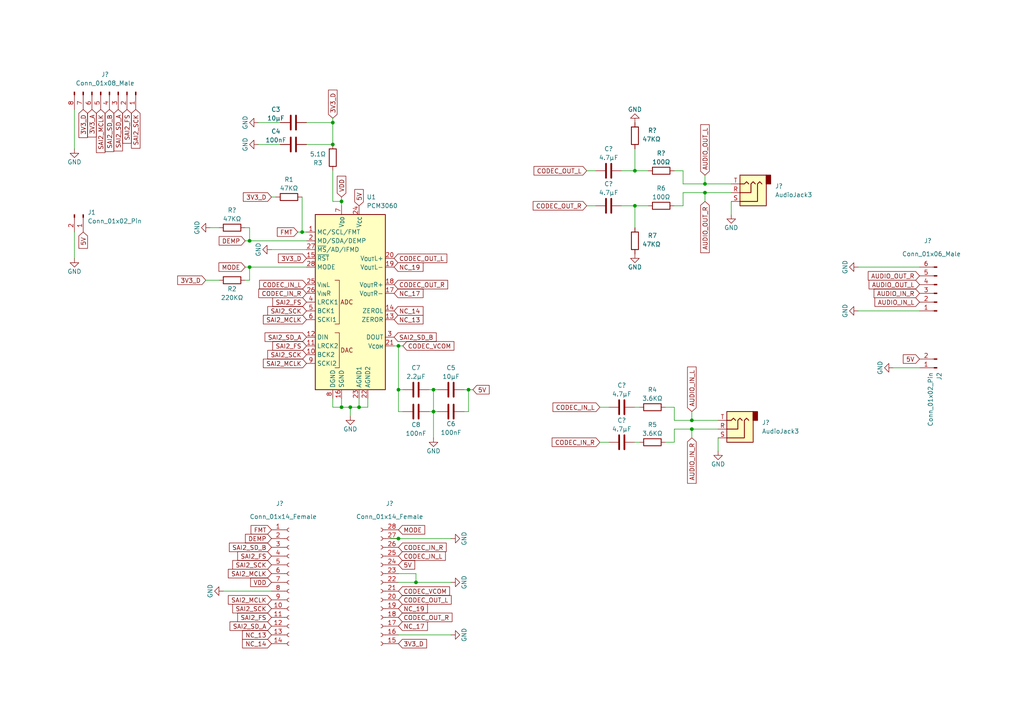
<source format=kicad_sch>
(kicad_sch (version 20231120) (generator "eeschema") (generator_version "8.0")
  (paper "A4")
  (title_block (title "Daisy Seed Development Kit External Codec PCM3060") (date "2024-03-04") (rev "1.0.1"))
  (lib_symbols
    (symbol "Audio2:PCM3060"
      (property "Reference" "U" (at -9.398 26.67 0))
      (property "Value" "PCM3060" (at 8.89 26.67 0))
      (symbol "PCM3060_0_1"
        (rectangle (start -10.16 25.4) (end 10.16 -25.4) (stroke (width 0.254)) (fill (type background)))
        (polyline (pts (xy -4.445 -8.89) (xy -3.175 -8.89) (xy -3.175 -19.05) (xy -4.445 -19.05)))
        (polyline (pts (xy -4.445 -6.35) (xy -3.175 -6.35) (xy -3.175 6.35) (xy -4.445 6.35)))
      )
      (symbol "PCM3060_1_1"
        (text "ADC" (at -1.016 0 0) (effects (font (size 1.27 1.27))))
        (text "DAC" (at -1.016 -13.97 0) (effects (font (size 1.27 1.27))))
        (pin input line (at -12.7 20.32 0) (length 2.54) (name "MC/SCL/FMT") (number "1"))
        (pin bidirectional line (at -12.7 -15.24 0) (length 2.54) (name "BCK2") (number "10"))
        (pin bidirectional line (at -12.7 -12.7 0) (length 2.54) (name "LRCK2") (number "11"))
        (pin input line (at -12.7 -10.16 0) (length 2.54) (name "DIN") (number "12"))
        (pin output line (at 12.7 -5.08 180) (length 2.54) (name "ZEROR") (number "13"))
        (pin output line (at 12.7 -2.54 180) (length 2.54) (name "ZEROL") (number "14"))
        (pin input line (at -12.7 12.7 0) (length 2.54) (name "~{RST}") (number "15"))
        (pin power_in line (at -2.54 -27.94 90) (length 2.54) (name "SGND") (number "16"))
        (pin output line (at 12.7 2.54 180) (length 2.54) (name "V_{OUT}R-") (number "17"))
        (pin output line (at 12.7 5.08 180) (length 2.54) (name "V_{OUT}R+") (number "18"))
        (pin output line (at 12.7 10.16 180) (length 2.54) (name "V_{OUT}L-") (number "19"))
        (pin bidirectional line (at -12.7 17.78 0) (length 2.54) (name "MD/SDA/DEMP") (number "2"))
        (pin output line (at 12.7 12.7 180) (length 2.54) (name "V_{OUT}L+") (number "20"))
        (pin output line (at 12.7 -12.7 180) (length 2.54) (name "V_{COM}") (number "21"))
        (pin power_in line (at 5.08 -27.94 90) (length 2.54) (name "AGND2") (number "22"))
        (pin power_in line (at 2.54 -27.94 90) (length 2.54) (name "AGND1") (number "23"))
        (pin power_in line (at 2.54 27.94 270) (length 2.54) (name "V_{CC}") (number "24"))
        (pin input line (at -12.7 5.08 0) (length 2.54) (name "V_{IN}L") (number "25"))
        (pin input line (at -12.7 2.54 0) (length 2.54) (name "V_{IN}R") (number "26"))
        (pin input line (at -12.7 15.24 0) (length 2.54) (name "~{MS}/AD/IFMD") (number "27"))
        (pin input line (at -12.7 10.16 0) (length 2.54) (name "MODE") (number "28"))
        (pin output line (at 12.7 -10.16 180) (length 2.54) (name "DOUT") (number "3"))
        (pin bidirectional line (at -12.7 0 0) (length 2.54) (name "LRCK1") (number "4"))
        (pin bidirectional line (at -12.7 -2.54 0) (length 2.54) (name "BCK1") (number "5"))
        (pin input line (at -12.7 -5.08 0) (length 2.54) (name "SCKI1") (number "6"))
        (pin power_in line (at -2.54 27.94 270) (length 2.54) (name "V_{DD}") (number "7"))
        (pin power_in line (at -5.08 -27.94 90) (length 2.54) (name "DGND") (number "8"))
        (pin input line (at -12.7 -17.78 0) (length 2.54) (name "SCKI2") (number "9"))
      )
    )
    (symbol "Conn_01x14_Female_1" (pin_names (offset 1.016) hide)
      (property "Reference" "J?" (at 2.54 25.4 0))
      (property "Value" "Conn_01x14_Female_1" (at 2.54 21.59 0))
      (symbol "Conn_01x14_Female_1_1_1"
        (arc (start 0 -17.272) (mid -0.5058 -17.78) (end 0 -18.288) (stroke (width 0.1524)))
        (arc (start 0 -14.732) (mid -0.5058 -15.24) (end 0 -15.748) (stroke (width 0.1524)))
        (arc (start 0 -12.192) (mid -0.5058 -12.7) (end 0 -13.208) (stroke (width 0.1524)))
        (arc (start 0 -9.652) (mid -0.5058 -10.16) (end 0 -10.668) (stroke (width 0.1524)))
        (arc (start 0 -7.112) (mid -0.5058 -7.62) (end 0 -8.128) (stroke (width 0.1524)))
        (arc (start 0 -4.572) (mid -0.5058 -5.08) (end 0 -5.588) (stroke (width 0.1524)))
        (arc (start 0 -2.032) (mid -0.5058 -2.54) (end 0 -3.048) (stroke (width 0.1524)))
        (polyline (pts (xy -1.27 -17.78) (xy -0.508 -17.78)) (stroke (width 0.1524)))
        (polyline (pts (xy -1.27 -15.24) (xy -0.508 -15.24)) (stroke (width 0.1524)))
        (polyline (pts (xy -1.27 -12.7) (xy -0.508 -12.7)) (stroke (width 0.1524)))
        (polyline (pts (xy -1.27 -10.16) (xy -0.508 -10.16)) (stroke (width 0.1524)))
        (polyline (pts (xy -1.27 -7.62) (xy -0.508 -7.62)) (stroke (width 0.1524)))
        (polyline (pts (xy -1.27 -5.08) (xy -0.508 -5.08)) (stroke (width 0.1524)))
        (polyline (pts (xy -1.27 -2.54) (xy -0.508 -2.54)) (stroke (width 0.1524)))
        (polyline (pts (xy -1.27 0) (xy -0.508 0)) (stroke (width 0.1524)))
        (polyline (pts (xy -1.27 2.54) (xy -0.508 2.54)) (stroke (width 0.1524)))
        (polyline (pts (xy -1.27 5.08) (xy -0.508 5.08)) (stroke (width 0.1524)))
        (polyline (pts (xy -1.27 7.62) (xy -0.508 7.62)) (stroke (width 0.1524)))
        (polyline (pts (xy -1.27 10.16) (xy -0.508 10.16)) (stroke (width 0.1524)))
        (polyline (pts (xy -1.27 12.7) (xy -0.508 12.7)) (stroke (width 0.1524)))
        (polyline (pts (xy -1.27 15.24) (xy -0.508 15.24)) (stroke (width 0.1524)))
        (arc (start 0 0.508) (mid -0.5058 0) (end 0 -0.508) (stroke (width 0.1524)))
        (arc (start 0 3.048) (mid -0.5058 2.54) (end 0 2.032) (stroke (width 0.1524)))
        (arc (start 0 5.588) (mid -0.5058 5.08) (end 0 4.572) (stroke (width 0.1524)))
        (arc (start 0 8.128) (mid -0.5058 7.62) (end 0 7.112) (stroke (width 0.1524)))
        (arc (start 0 10.668) (mid -0.5058 10.16) (end 0 9.652) (stroke (width 0.1524)))
        (arc (start 0 13.208) (mid -0.5058 12.7) (end 0 12.192) (stroke (width 0.1524)))
        (arc (start 0 15.748) (mid -0.5058 15.24) (end 0 14.732) (stroke (width 0.1524)))
        (pin passive line (at -5.08 15.24 0) (length 3.81) (name "Pin_1") (number "15"))
        (pin passive line (at -5.08 12.7 0) (length 3.81) (name "Pin_2") (number "16"))
        (pin passive line (at -5.08 10.16 0) (length 3.81) (name "Pin_3") (number "17"))
        (pin passive line (at -5.08 7.62 0) (length 3.81) (name "Pin_4") (number "18"))
        (pin passive line (at -5.08 5.08 0) (length 3.81) (name "Pin_5") (number "19"))
        (pin passive line (at -5.08 2.54 0) (length 3.81) (name "Pin_6") (number "20"))
        (pin passive line (at -5.08 0 0) (length 3.81) (name "Pin_7") (number "21"))
        (pin passive line (at -5.08 -2.54 0) (length 3.81) (name "Pin_8") (number "22"))
        (pin passive line (at -5.08 -5.08 0) (length 3.81) (name "Pin_9") (number "23"))
        (pin passive line (at -5.08 -7.62 0) (length 3.81) (name "Pin_10") (number "24"))
        (pin passive line (at -5.08 -10.16 0) (length 3.81) (name "Pin_11") (number "25"))
        (pin passive line (at -5.08 -12.7 0) (length 3.81) (name "Pin_12") (number "26"))
        (pin passive line (at -5.08 -15.24 0) (length 3.81) (name "Pin_13") (number "27"))
        (pin passive line (at -5.08 -17.78 0) (length 3.81) (name "Pin_14") (number "28"))
      )
    )
    (symbol "Connector:AudioJack3"
      (property "Reference" "J" (at 0 8.89 0))
      (property "Value" "AudioJack3" (at 0 6.35 0))
      (symbol "AudioJack3_0_1"
        (rectangle (start -5.08 -5.08) (end -6.35 -2.54) (stroke (width 0.254)) (fill (type outline)))
        (polyline (pts (xy 0 -2.54) (xy 0.635 -3.175) (xy 1.27 -2.54) (xy 2.54 -2.54)) (stroke (width 0.254)))
        (polyline (pts (xy -1.905 -2.54) (xy -1.27 -3.175) (xy -0.635 -2.54) (xy -0.635 0) (xy 2.54 0)) (stroke (width 0.254)))
        (polyline (pts (xy 2.54 2.54) (xy -2.54 2.54) (xy -2.54 -2.54) (xy -3.175 -3.175) (xy -3.81 -2.54)) (stroke (width 0.254)))
        (rectangle (start 2.54 3.81) (end -5.08 -5.08) (stroke (width 0.254)) (fill (type background)))
      )
      (symbol "AudioJack3_1_1"
        (pin passive line (at 5.08 0 180) (length 2.54) (name "~") (number "R"))
        (pin passive line (at 5.08 2.54 180) (length 2.54) (name "~") (number "S"))
        (pin passive line (at 5.08 -2.54 180) (length 2.54) (name "~") (number "T"))
      )
    )
    (symbol "Connector:Conn_01x02_Pin" (pin_names (offset 1.016) hide)
      (property "Reference" "J" (at 0 2.54 0))
      (property "Value" "Conn_01x02_Pin" (at 0 -5.08 0))
      (symbol "Conn_01x02_Pin_1_1"
        (polyline (pts (xy 1.27 -2.54) (xy 0.8636 -2.54)) (stroke (width 0.1524)))
        (polyline (pts (xy 1.27 0) (xy 0.8636 0)) (stroke (width 0.1524)))
        (rectangle (start 0.8636 -2.413) (end 0 -2.667) (stroke (width 0.1524)) (fill (type outline)))
        (rectangle (start 0.8636 0.127) (end 0 -0.127) (stroke (width 0.1524)) (fill (type outline)))
        (pin passive line (at 5.08 0 180) (length 3.81) (name "Pin_1") (number "1"))
        (pin passive line (at 5.08 -2.54 180) (length 3.81) (name "Pin_2") (number "2"))
      )
    )
    (symbol "Connector:Conn_01x06_Male" (pin_names (offset 1.016) hide)
      (property "Reference" "J" (at 0 7.62 0))
      (property "Value" "Conn_01x06_Male" (at 0 -10.16 0))
      (symbol "Conn_01x06_Male_1_1"
        (polyline (pts (xy 1.27 -7.62) (xy 0.8636 -7.62)) (stroke (width 0.1524)))
        (polyline (pts (xy 1.27 -5.08) (xy 0.8636 -5.08)) (stroke (width 0.1524)))
        (polyline (pts (xy 1.27 -2.54) (xy 0.8636 -2.54)) (stroke (width 0.1524)))
        (polyline (pts (xy 1.27 0) (xy 0.8636 0)) (stroke (width 0.1524)))
        (polyline (pts (xy 1.27 2.54) (xy 0.8636 2.54)) (stroke (width 0.1524)))
        (polyline (pts (xy 1.27 5.08) (xy 0.8636 5.08)) (stroke (width 0.1524)))
        (rectangle (start 0.8636 -7.493) (end 0 -7.747) (stroke (width 0.1524)) (fill (type outline)))
        (rectangle (start 0.8636 -4.953) (end 0 -5.207) (stroke (width 0.1524)) (fill (type outline)))
        (rectangle (start 0.8636 -2.413) (end 0 -2.667) (stroke (width 0.1524)) (fill (type outline)))
        (rectangle (start 0.8636 0.127) (end 0 -0.127) (stroke (width 0.1524)) (fill (type outline)))
        (rectangle (start 0.8636 2.667) (end 0 2.413) (stroke (width 0.1524)) (fill (type outline)))
        (rectangle (start 0.8636 5.207) (end 0 4.953) (stroke (width 0.1524)) (fill (type outline)))
        (pin passive line (at 5.08 5.08 180) (length 3.81) (name "Pin_1") (number "1"))
        (pin passive line (at 5.08 2.54 180) (length 3.81) (name "Pin_2") (number "2"))
        (pin passive line (at 5.08 0 180) (length 3.81) (name "Pin_3") (number "3"))
        (pin passive line (at 5.08 -2.54 180) (length 3.81) (name "Pin_4") (number "4"))
        (pin passive line (at 5.08 -5.08 180) (length 3.81) (name "Pin_5") (number "5"))
        (pin passive line (at 5.08 -7.62 180) (length 3.81) (name "Pin_6") (number "6"))
      )
    )
    (symbol "Connector:Conn_01x08_Male" (pin_names (offset 1.016) hide)
      (property "Reference" "J" (at 0 10.16 0))
      (property "Value" "Conn_01x08_Male" (at 0 -12.7 0))
      (symbol "Conn_01x08_Male_1_1"
        (polyline (pts (xy 1.27 -10.16) (xy 0.8636 -10.16)) (stroke (width 0.1524)))
        (polyline (pts (xy 1.27 -7.62) (xy 0.8636 -7.62)) (stroke (width 0.1524)))
        (polyline (pts (xy 1.27 -5.08) (xy 0.8636 -5.08)) (stroke (width 0.1524)))
        (polyline (pts (xy 1.27 -2.54) (xy 0.8636 -2.54)) (stroke (width 0.1524)))
        (polyline (pts (xy 1.27 0) (xy 0.8636 0)) (stroke (width 0.1524)))
        (polyline (pts (xy 1.27 2.54) (xy 0.8636 2.54)) (stroke (width 0.1524)))
        (polyline (pts (xy 1.27 5.08) (xy 0.8636 5.08)) (stroke (width 0.1524)))
        (polyline (pts (xy 1.27 7.62) (xy 0.8636 7.62)) (stroke (width 0.1524)))
        (rectangle (start 0.8636 -10.033) (end 0 -10.287) (stroke (width 0.1524)) (fill (type outline)))
        (rectangle (start 0.8636 -7.493) (end 0 -7.747) (stroke (width 0.1524)) (fill (type outline)))
        (rectangle (start 0.8636 -4.953) (end 0 -5.207) (stroke (width 0.1524)) (fill (type outline)))
        (rectangle (start 0.8636 -2.413) (end 0 -2.667) (stroke (width 0.1524)) (fill (type outline)))
        (rectangle (start 0.8636 0.127) (end 0 -0.127) (stroke (width 0.1524)) (fill (type outline)))
        (rectangle (start 0.8636 2.667) (end 0 2.413) (stroke (width 0.1524)) (fill (type outline)))
        (rectangle (start 0.8636 5.207) (end 0 4.953) (stroke (width 0.1524)) (fill (type outline)))
        (rectangle (start 0.8636 7.747) (end 0 7.493) (stroke (width 0.1524)) (fill (type outline)))
        (pin passive line (at 5.08 7.62 180) (length 3.81) (name "Pin_1") (number "1"))
        (pin passive line (at 5.08 5.08 180) (length 3.81) (name "Pin_2") (number "2"))
        (pin passive line (at 5.08 2.54 180) (length 3.81) (name "Pin_3") (number "3"))
        (pin passive line (at 5.08 0 180) (length 3.81) (name "Pin_4") (number "4"))
        (pin passive line (at 5.08 -2.54 180) (length 3.81) (name "Pin_5") (number "5"))
        (pin passive line (at 5.08 -5.08 180) (length 3.81) (name "Pin_6") (number "6"))
        (pin passive line (at 5.08 -7.62 180) (length 3.81) (name "Pin_7") (number "7"))
        (pin passive line (at 5.08 -10.16 180) (length 3.81) (name "Pin_8") (number "8"))
      )
    )
    (symbol "Connector:Conn_01x14_Female" (pin_names (offset 1.016) hide)
      (property "Reference" "J" (at 0 17.78 0))
      (property "Value" "Conn_01x14_Female" (at 0 -20.32 0))
      (symbol "Conn_01x14_Female_1_1"
        (arc (start 0 -17.272) (mid -0.5058 -17.78) (end 0 -18.288) (stroke (width 0.1524)))
        (arc (start 0 -14.732) (mid -0.5058 -15.24) (end 0 -15.748) (stroke (width 0.1524)))
        (arc (start 0 -12.192) (mid -0.5058 -12.7) (end 0 -13.208) (stroke (width 0.1524)))
        (arc (start 0 -9.652) (mid -0.5058 -10.16) (end 0 -10.668) (stroke (width 0.1524)))
        (arc (start 0 -7.112) (mid -0.5058 -7.62) (end 0 -8.128) (stroke (width 0.1524)))
        (arc (start 0 -4.572) (mid -0.5058 -5.08) (end 0 -5.588) (stroke (width 0.1524)))
        (arc (start 0 -2.032) (mid -0.5058 -2.54) (end 0 -3.048) (stroke (width 0.1524)))
        (polyline (pts (xy -1.27 -17.78) (xy -0.508 -17.78)) (stroke (width 0.1524)))
        (polyline (pts (xy -1.27 -15.24) (xy -0.508 -15.24)) (stroke (width 0.1524)))
        (polyline (pts (xy -1.27 -12.7) (xy -0.508 -12.7)) (stroke (width 0.1524)))
        (polyline (pts (xy -1.27 -10.16) (xy -0.508 -10.16)) (stroke (width 0.1524)))
        (polyline (pts (xy -1.27 -7.62) (xy -0.508 -7.62)) (stroke (width 0.1524)))
        (polyline (pts (xy -1.27 -5.08) (xy -0.508 -5.08)) (stroke (width 0.1524)))
        (polyline (pts (xy -1.27 -2.54) (xy -0.508 -2.54)) (stroke (width 0.1524)))
        (polyline (pts (xy -1.27 0) (xy -0.508 0)) (stroke (width 0.1524)))
        (polyline (pts (xy -1.27 2.54) (xy -0.508 2.54)) (stroke (width 0.1524)))
        (polyline (pts (xy -1.27 5.08) (xy -0.508 5.08)) (stroke (width 0.1524)))
        (polyline (pts (xy -1.27 7.62) (xy -0.508 7.62)) (stroke (width 0.1524)))
        (polyline (pts (xy -1.27 10.16) (xy -0.508 10.16)) (stroke (width 0.1524)))
        (polyline (pts (xy -1.27 12.7) (xy -0.508 12.7)) (stroke (width 0.1524)))
        (polyline (pts (xy -1.27 15.24) (xy -0.508 15.24)) (stroke (width 0.1524)))
        (arc (start 0 0.508) (mid -0.5058 0) (end 0 -0.508) (stroke (width 0.1524)))
        (arc (start 0 3.048) (mid -0.5058 2.54) (end 0 2.032) (stroke (width 0.1524)))
        (arc (start 0 5.588) (mid -0.5058 5.08) (end 0 4.572) (stroke (width 0.1524)))
        (arc (start 0 8.128) (mid -0.5058 7.62) (end 0 7.112) (stroke (width 0.1524)))
        (arc (start 0 10.668) (mid -0.5058 10.16) (end 0 9.652) (stroke (width 0.1524)))
        (arc (start 0 13.208) (mid -0.5058 12.7) (end 0 12.192) (stroke (width 0.1524)))
        (arc (start 0 15.748) (mid -0.5058 15.24) (end 0 14.732) (stroke (width 0.1524)))
        (pin passive line (at -5.08 15.24 0) (length 3.81) (name "Pin_1") (number "1"))
        (pin passive line (at -5.08 -7.62 0) (length 3.81) (name "Pin_10") (number "10"))
        (pin passive line (at -5.08 -10.16 0) (length 3.81) (name "Pin_11") (number "11"))
        (pin passive line (at -5.08 -12.7 0) (length 3.81) (name "Pin_12") (number "12"))
        (pin passive line (at -5.08 -15.24 0) (length 3.81) (name "Pin_13") (number "13"))
        (pin passive line (at -5.08 -17.78 0) (length 3.81) (name "Pin_14") (number "14"))
        (pin passive line (at -5.08 12.7 0) (length 3.81) (name "Pin_2") (number "2"))
        (pin passive line (at -5.08 10.16 0) (length 3.81) (name "Pin_3") (number "3"))
        (pin passive line (at -5.08 7.62 0) (length 3.81) (name "Pin_4") (number "4"))
        (pin passive line (at -5.08 5.08 0) (length 3.81) (name "Pin_5") (number "5"))
        (pin passive line (at -5.08 2.54 0) (length 3.81) (name "Pin_6") (number "6"))
        (pin passive line (at -5.08 0 0) (length 3.81) (name "Pin_7") (number "7"))
        (pin passive line (at -5.08 -2.54 0) (length 3.81) (name "Pin_8") (number "8"))
        (pin passive line (at -5.08 -5.08 0) (length 3.81) (name "Pin_9") (number "9"))
      )
    )
    (symbol "Device:C" (pin_numbers hide) (pin_names (offset 0.254))
      (property "Reference" "C" (at 0.635 2.54 0))
      (property "Value" "C" (at 0.635 -2.54 0))
      (symbol "C_0_1"
        (polyline (pts (xy -2.032 -0.762) (xy 2.032 -0.762)) (stroke (width 0.508)))
        (polyline (pts (xy -2.032 0.762) (xy 2.032 0.762)) (stroke (width 0.508)))
      )
      (symbol "C_1_1"
        (pin passive line (at 0 3.81 270) (length 2.794) (name "~") (number "1"))
        (pin passive line (at 0 -3.81 90) (length 2.794) (name "~") (number "2"))
      )
    )
    (symbol "Device:R" (pin_numbers hide) (pin_names (offset 0))
      (property "Reference" "R" (at 2.032 0 90))
      (property "Value" "R" (at 0 0 90))
      (symbol "R_0_1"
        (rectangle (start -1.016 -2.54) (end 1.016 2.54) (stroke (width 0.254)))
      )
      (symbol "R_1_1"
        (pin passive line (at 0 3.81 270) (length 1.27) (name "~") (number "1"))
        (pin passive line (at 0 -3.81 90) (length 1.27) (name "~") (number "2"))
      )
    )
    (symbol "power:GND" (power) (pin_names (offset 0))
      (property "Value" "GND" (at 0 -3.81 0))
      (symbol "GND_0_1"
        (polyline (pts (xy 0 0) (xy 0 -1.27) (xy 1.27 -1.27) (xy 0 -2.54) (xy -1.27 -1.27) (xy 0 -1.27)))
      )
      (symbol "GND_1_1"
        (pin power_in line (at 0 0 270) (length 0) hide (name "GND") (number "1"))
      )
    )
  )
  (junction (at 99.06 118.11))
  (junction (at 96.52 35.56))
  (junction (at 204.47 53.34))
  (junction (at 204.47 55.88))
  (junction (at 200.66 121.92))
  (junction (at 96.52 41.91))
  (junction (at 125.73 119.38))
  (junction (at 135.89 113.03))
  (junction (at 115.57 113.03))
  (junction (at 200.66 124.46))
  (junction (at 99.06 58.42))
  (junction (at 115.57 156.21))
  (junction (at 120.65 168.91))
  (junction (at 72.39 69.85))
  (junction (at 101.6 118.11))
  (junction (at 72.39 77.47))
  (junction (at 87.63 67.31))
  (junction (at 104.14 118.11))
  (junction (at 184.15 49.53))
  (junction (at 115.57 100.33))
  (junction (at 125.73 113.03))
  (junction (at 184.15 59.69))
  (wire (pts (xy 114.3 100.33) (xy 115.57 100.33)))
  (wire (pts (xy 198.12 49.53) (xy 195.58 49.53)))
  (wire (pts (xy 135.89 119.38) (xy 134.62 119.38)))
  (wire (pts (xy 184.15 128.27) (xy 185.42 128.27)))
  (wire (pts (xy 127 119.38) (xy 125.73 119.38)))
  (wire (pts (xy 125.73 119.38) (xy 125.73 127)))
  (wire (pts (xy 204.47 55.88) (xy 204.47 58.42)))
  (wire (pts (xy 173.99 128.27) (xy 176.53 128.27)))
  (wire (pts (xy 115.57 166.37) (xy 120.65 166.37)))
  (wire (pts (xy 72.39 69.85) (xy 88.9 69.85)))
  (wire (pts (xy 63.5 66.04) (xy 60.96 66.04)))
  (wire (pts (xy 96.52 118.11) (xy 99.06 118.11)))
  (wire (pts (xy 104.14 115.57) (xy 104.14 118.11)))
  (wire (pts (xy 115.57 184.15) (xy 130.81 184.15)))
  (wire (pts (xy 99.06 58.42) (xy 99.06 59.69)))
  (wire (pts (xy 101.6 118.11) (xy 104.14 118.11)))
  (wire (pts (xy 184.15 59.69) (xy 187.96 59.69)))
  (wire (pts (xy 87.63 57.15) (xy 87.63 67.31)))
  (wire (pts (xy 71.12 69.85) (xy 72.39 69.85)))
  (wire (pts (xy 204.47 50.8) (xy 204.47 53.34)))
  (wire (pts (xy 173.99 118.11) (xy 176.53 118.11)))
  (wire (pts (xy 59.69 81.28) (xy 63.5 81.28)))
  (wire (pts (xy 195.58 124.46) (xy 200.66 124.46)))
  (wire (pts (xy 120.65 168.91) (xy 120.65 166.37)))
  (wire (pts (xy 96.52 35.56) (xy 96.52 41.91)))
  (wire (pts (xy 72.39 81.28) (xy 72.39 77.47)))
  (wire (pts (xy 78.74 72.39) (xy 88.9 72.39)))
  (wire (pts (xy 99.06 57.15) (xy 99.06 58.42)))
  (wire (pts (xy 72.39 81.28) (xy 71.12 81.28)))
  (wire (pts (xy 72.39 66.04) (xy 72.39 69.85)))
  (wire (pts (xy 116.84 113.03) (xy 115.57 113.03)))
  (wire (pts (xy 72.39 77.47) (xy 88.9 77.47)))
  (wire (pts (xy 71.12 66.04) (xy 72.39 66.04)))
  (wire (pts (xy 21.59 31.75) (xy 21.59 43.18)))
  (wire (pts (xy 74.93 41.91) (xy 81.28 41.91)))
  (wire (pts (xy 99.06 115.57) (xy 99.06 118.11)))
  (wire (pts (xy 96.52 115.57) (xy 96.52 118.11)))
  (wire (pts (xy 195.58 128.27) (xy 195.58 124.46)))
  (wire (pts (xy 248.92 77.47) (xy 266.7 77.47)))
  (wire (pts (xy 99.06 118.11) (xy 101.6 118.11)))
  (wire (pts (xy 96.52 49.53) (xy 96.52 58.42)))
  (wire (pts (xy 74.93 35.56) (xy 81.28 35.56)))
  (wire (pts (xy 180.34 59.69) (xy 184.15 59.69)))
  (wire (pts (xy 115.57 119.38) (xy 116.84 119.38)))
  (wire (pts (xy 195.58 59.69) (xy 198.12 59.69)))
  (wire (pts (xy 115.57 156.21) (xy 130.81 156.21)))
  (wire (pts (xy 208.28 130.81) (xy 208.28 127)))
  (wire (pts (xy 184.15 49.53) (xy 187.96 49.53)))
  (wire (pts (xy 180.34 49.53) (xy 184.15 49.53)))
  (wire (pts (xy 193.04 128.27) (xy 195.58 128.27)))
  (wire (pts (xy 184.15 59.69) (xy 184.15 66.04)))
  (wire (pts (xy 170.18 49.53) (xy 172.72 49.53)))
  (wire (pts (xy 115.57 168.91) (xy 120.65 168.91)))
  (wire (pts (xy 135.89 113.03) (xy 135.89 119.38)))
  (wire (pts (xy 259.08 106.68) (xy 266.7 106.68)))
  (wire (pts (xy 101.6 118.11) (xy 101.6 120.65)))
  (wire (pts (xy 198.12 53.34) (xy 204.47 53.34)))
  (wire (pts (xy 87.63 67.31) (xy 88.9 67.31)))
  (wire (pts (xy 125.73 113.03) (xy 125.73 119.38)))
  (wire (pts (xy 120.65 168.91) (xy 130.81 168.91)))
  (wire (pts (xy 71.12 77.47) (xy 72.39 77.47)))
  (wire (pts (xy 127 113.03) (xy 125.73 113.03)))
  (wire (pts (xy 200.66 121.92) (xy 208.28 121.92)))
  (wire (pts (xy 212.09 62.23) (xy 212.09 58.42)))
  (wire (pts (xy 86.36 67.31) (xy 87.63 67.31)))
  (wire (pts (xy 184.15 49.53) (xy 184.15 43.18)))
  (wire (pts (xy 96.52 34.29) (xy 96.52 35.56)))
  (wire (pts (xy 200.66 124.46) (xy 200.66 127)))
  (wire (pts (xy 200.66 124.46) (xy 208.28 124.46)))
  (wire (pts (xy 78.74 57.15) (xy 80.01 57.15)))
  (wire (pts (xy 21.59 67.31) (xy 21.59 74.93)))
  (wire (pts (xy 204.47 53.34) (xy 212.09 53.34)))
  (wire (pts (xy 200.66 119.38) (xy 200.66 121.92)))
  (wire (pts (xy 115.57 100.33) (xy 115.57 113.03)))
  (wire (pts (xy 88.9 41.91) (xy 96.52 41.91)))
  (wire (pts (xy 170.18 59.69) (xy 172.72 59.69)))
  (wire (pts (xy 195.58 121.92) (xy 195.58 118.11)))
  (wire (pts (xy 135.89 113.03) (xy 134.62 113.03)))
  (wire (pts (xy 204.47 55.88) (xy 198.12 55.88)))
  (wire (pts (xy 195.58 121.92) (xy 200.66 121.92)))
  (wire (pts (xy 96.52 58.42) (xy 99.06 58.42)))
  (wire (pts (xy 96.52 35.56) (xy 88.9 35.56)))
  (wire (pts (xy 248.92 90.17) (xy 266.7 90.17)))
  (wire (pts (xy 106.68 118.11) (xy 106.68 115.57)))
  (wire (pts (xy 104.14 118.11) (xy 106.68 118.11)))
  (wire (pts (xy 125.73 113.03) (xy 124.46 113.03)))
  (wire (pts (xy 195.58 118.11) (xy 193.04 118.11)))
  (wire (pts (xy 135.89 113.03) (xy 137.16 113.03)))
  (wire (pts (xy 125.73 119.38) (xy 124.46 119.38)))
  (wire (pts (xy 198.12 55.88) (xy 198.12 59.69)))
  (wire (pts (xy 198.12 53.34) (xy 198.12 49.53)))
  (wire (pts (xy 113.03 156.21) (xy 115.57 156.21)))
  (wire (pts (xy 115.57 100.33) (xy 116.84 100.33)))
  (wire (pts (xy 115.57 113.03) (xy 115.57 119.38)))
  (wire (pts (xy 64.77 171.45) (xy 78.74 171.45)))
  (wire (pts (xy 212.09 55.88) (xy 204.47 55.88)))
  (wire (pts (xy 185.42 118.11) (xy 184.15 118.11)))
  (global_label "3V3_D" (shape input) (at 59.69 81.28 180) (property "Intersheetrefs" "${INTERSHEET_REFS}" (effects (hide yes))))
  (global_label "CODEC_IN_L" (shape input) (at 115.57 161.29 0) (property "Intersheetrefs" "${INTERSHEET_REFS}" (effects (hide yes))))
  (global_label "CODEC_IN_R" (shape input) (at 88.9 85.09 180) (property "Intersheetrefs" "${INTERSHEET_REFS}" (effects (hide yes))))
  (global_label "NC_19" (shape input) (at 115.57 176.53 0) (property "Intersheetrefs" "${INTERSHEET_REFS}" (effects (hide yes))))
  (global_label "3V3_D" (shape input) (at 88.9 74.93 180) (property "Intersheetrefs" "${INTERSHEET_REFS}" (effects (hide yes))))
  (global_label "SAI2_MCLK" (shape input) (at 88.9 105.41 180) (property "Intersheetrefs" "${INTERSHEET_REFS}" (effects (hide yes))))
  (global_label "SAI2_FS" (shape input) (at 88.9 87.63 180) (property "Intersheetrefs" "${INTERSHEET_REFS}" (effects (hide yes))))
  (global_label "SAI2_FS" (shape input) (at 78.74 161.29 180) (property "Intersheetrefs" "${INTERSHEET_REFS}" (effects (hide yes))))
  (global_label "NC_14" (shape input) (at 78.74 186.69 180) (property "Intersheetrefs" "${INTERSHEET_REFS}" (effects (hide yes))))
  (global_label "CODEC_IN_L" (shape input) (at 173.99 118.11 180) (property "Intersheetrefs" "${INTERSHEET_REFS}" (effects (hide yes))))
  (global_label "CODEC_OUT_R" (shape input) (at 114.3 82.55 0) (property "Intersheetrefs" "${INTERSHEET_REFS}" (effects (hide yes))))
  (global_label "SAI2_SCK" (shape input) (at 39.37 31.75 270) (property "Intersheetrefs" "${INTERSHEET_REFS}" (effects (hide yes))))
  (global_label "AUDIO_OUT_R" (shape input) (at 204.47 58.42 270) (property "Intersheetrefs" "${INTERSHEET_REFS}" (effects (hide yes))))
  (global_label "AUDIO_OUT_L" (shape input) (at 266.7 82.55 180) (property "Intersheetrefs" "${INTERSHEET_REFS}" (effects (hide yes))))
  (global_label "SAI2_MCLK" (shape input) (at 78.74 166.37 180) (property "Intersheetrefs" "${INTERSHEET_REFS}" (effects (hide yes))))
  (global_label "FMT" (shape input) (at 78.74 153.67 180) (property "Intersheetrefs" "${INTERSHEET_REFS}" (effects (hide yes))))
  (global_label "SAI2_MCLK" (shape input) (at 78.74 173.99 180) (property "Intersheetrefs" "${INTERSHEET_REFS}" (effects (hide yes))))
  (global_label "3V3_D" (shape input) (at 115.57 186.69 0) (property "Intersheetrefs" "${INTERSHEET_REFS}" (effects (hide yes))))
  (global_label "SAI2_FS" (shape input) (at 36.83 31.75 270) (property "Intersheetrefs" "${INTERSHEET_REFS}" (effects (hide yes))))
  (global_label "VDD" (shape input) (at 99.06 57.15 90) (property "Intersheetrefs" "${INTERSHEET_REFS}" (effects (hide yes))))
  (global_label "FMT" (shape input) (at 86.36 67.31 180) (property "Intersheetrefs" "${INTERSHEET_REFS}" (effects (hide yes))))
  (global_label "NC_19" (shape input) (at 114.3 77.47 0) (property "Intersheetrefs" "${INTERSHEET_REFS}" (effects (hide yes))))
  (global_label "CODEC_OUT_L" (shape input) (at 114.3 74.93 0) (property "Intersheetrefs" "${INTERSHEET_REFS}" (effects (hide yes))))
  (global_label "3V3_D" (shape input) (at 78.74 57.15 180) (property "Intersheetrefs" "${INTERSHEET_REFS}" (effects (hide yes))))
  (global_label "SAI2_SCK" (shape input) (at 78.74 176.53 180) (property "Intersheetrefs" "${INTERSHEET_REFS}" (effects (hide yes))))
  (global_label "SAI2_SD_B" (shape input) (at 78.74 158.75 180) (property "Intersheetrefs" "${INTERSHEET_REFS}" (effects (hide yes))))
  (global_label "5V" (shape input) (at 115.57 163.83 0) (property "Intersheetrefs" "${INTERSHEET_REFS}" (effects (hide yes))))
  (global_label "AUDIO_IN_L" (shape input) (at 266.7 87.63 180) (property "Intersheetrefs" "${INTERSHEET_REFS}" (effects (hide yes))))
  (global_label "SAI2_SCK" (shape input) (at 88.9 102.87 180) (property "Intersheetrefs" "${INTERSHEET_REFS}" (effects (hide yes))))
  (global_label "CODEC_VCOM" (shape input) (at 116.84 100.33 0) (property "Intersheetrefs" "${INTERSHEET_REFS}" (effects (hide yes))))
  (global_label "NC_17" (shape input) (at 114.3 85.09 0) (property "Intersheetrefs" "${INTERSHEET_REFS}" (effects (hide yes))))
  (global_label "SAI2_SD_B" (shape input) (at 31.75 31.75 270) (property "Intersheetrefs" "${INTERSHEET_REFS}" (effects (hide yes))))
  (global_label "VDD" (shape input) (at 78.74 168.91 180) (property "Intersheetrefs" "${INTERSHEET_REFS}" (effects (hide yes))))
  (global_label "SAI2_SD_A" (shape input) (at 78.74 181.61 180) (property "Intersheetrefs" "${INTERSHEET_REFS}" (effects (hide yes))))
  (global_label "AUDIO_IN_R" (shape input) (at 200.66 127 270) (property "Intersheetrefs" "${INTERSHEET_REFS}" (effects (hide yes))))
  (global_label "NC_13" (shape input) (at 114.3 92.71 0) (property "Intersheetrefs" "${INTERSHEET_REFS}" (effects (hide yes))))
  (global_label "MODE" (shape input) (at 71.12 77.47 180) (property "Intersheetrefs" "${INTERSHEET_REFS}" (effects (hide yes))))
  (global_label "5V" (shape input) (at 104.14 59.69 90) (property "Intersheetrefs" "${INTERSHEET_REFS}" (effects (hide yes))))
  (global_label "3V3_D" (shape input) (at 24.13 31.75 270) (property "Intersheetrefs" "${INTERSHEET_REFS}" (effects (hide yes))))
  (global_label "NC_13" (shape input) (at 78.74 184.15 180) (property "Intersheetrefs" "${INTERSHEET_REFS}" (effects (hide yes))))
  (global_label "5V" (shape input) (at 137.16 113.03 0) (property "Intersheetrefs" "${INTERSHEET_REFS}" (effects (hide yes))))
  (global_label "CODEC_IN_R" (shape input) (at 115.57 158.75 0) (property "Intersheetrefs" "${INTERSHEET_REFS}" (effects (hide yes))))
  (global_label "MODE" (shape input) (at 115.57 153.67 0) (property "Intersheetrefs" "${INTERSHEET_REFS}" (effects (hide yes))))
  (global_label "SAI2_MCLK" (shape input) (at 29.21 31.75 270) (property "Intersheetrefs" "${INTERSHEET_REFS}" (effects (hide yes))))
  (global_label "CODEC_OUT_L" (shape input) (at 115.57 173.99 0) (property "Intersheetrefs" "${INTERSHEET_REFS}" (effects (hide yes))))
  (global_label "NC_14" (shape input) (at 114.3 90.17 0) (property "Intersheetrefs" "${INTERSHEET_REFS}" (effects (hide yes))))
  (global_label "5V" (shape input) (at 266.7 104.14 180) (property "Intersheetrefs" "${INTERSHEET_REFS}" (effects (hide yes))))
  (global_label "CODEC_IN_L" (shape input) (at 88.9 82.55 180) (property "Intersheetrefs" "${INTERSHEET_REFS}" (effects (hide yes))))
  (global_label "CODEC_VCOM" (shape input) (at 115.57 171.45 0) (property "Intersheetrefs" "${INTERSHEET_REFS}" (effects (hide yes))))
  (global_label "AUDIO_IN_L" (shape input) (at 200.66 119.38 90) (property "Intersheetrefs" "${INTERSHEET_REFS}" (effects (hide yes))))
  (global_label "SAI2_SCK" (shape input) (at 78.74 163.83 180) (property "Intersheetrefs" "${INTERSHEET_REFS}" (effects (hide yes))))
  (global_label "NC_17" (shape input) (at 115.57 181.61 0) (property "Intersheetrefs" "${INTERSHEET_REFS}" (effects (hide yes))))
  (global_label "CODEC_OUT_L" (shape input) (at 170.18 49.53 180) (property "Intersheetrefs" "${INTERSHEET_REFS}" (effects (hide yes))))
  (global_label "AUDIO_OUT_R" (shape input) (at 266.7 80.01 180) (property "Intersheetrefs" "${INTERSHEET_REFS}" (effects (hide yes))))
  (global_label "CODEC_OUT_R" (shape input) (at 170.18 59.69 180) (property "Intersheetrefs" "${INTERSHEET_REFS}" (effects (hide yes))))
  (global_label "SAI2_SD_B" (shape input) (at 114.3 97.79 0) (property "Intersheetrefs" "${INTERSHEET_REFS}" (effects (hide yes))))
  (global_label "SAI2_SD_A" (shape input) (at 88.9 97.79 180) (property "Intersheetrefs" "${INTERSHEET_REFS}" (effects (hide yes))))
  (global_label "SAI2_MCLK" (shape input) (at 88.9 92.71 180) (property "Intersheetrefs" "${INTERSHEET_REFS}" (effects (hide yes))))
  (global_label "SAI2_FS" (shape input) (at 88.9 100.33 180) (property "Intersheetrefs" "${INTERSHEET_REFS}" (effects (hide yes))))
  (global_label "SAI2_FS" (shape input) (at 78.74 179.07 180) (property "Intersheetrefs" "${INTERSHEET_REFS}" (effects (hide yes))))
  (global_label "DEMP" (shape input) (at 71.12 69.85 180) (property "Intersheetrefs" "${INTERSHEET_REFS}" (effects (hide yes))))
  (global_label "DEMP" (shape input) (at 78.74 156.21 180) (property "Intersheetrefs" "${INTERSHEET_REFS}" (effects (hide yes))))
  (global_label "3V3_A" (shape input) (at 26.67 31.75 270) (property "Intersheetrefs" "${INTERSHEET_REFS}" (effects (hide yes))))
  (global_label "AUDIO_IN_R" (shape input) (at 266.7 85.09 180) (property "Intersheetrefs" "${INTERSHEET_REFS}" (effects (hide yes))))
  (global_label "AUDIO_OUT_L" (shape input) (at 204.47 50.8 90) (property "Intersheetrefs" "${INTERSHEET_REFS}" (effects (hide yes))))
  (global_label "5V" (shape input) (at 24.13 67.31 270) (property "Intersheetrefs" "${INTERSHEET_REFS}" (effects (hide yes))))
  (global_label "3V3_D" (shape input) (at 96.52 34.29 90) (property "Intersheetrefs" "${INTERSHEET_REFS}" (effects (hide yes))))
  (global_label "SAI2_SD_A" (shape input) (at 34.29 31.75 270) (property "Intersheetrefs" "${INTERSHEET_REFS}" (effects (hide yes))))
  (global_label "CODEC_OUT_R" (shape input) (at 115.57 179.07 0) (property "Intersheetrefs" "${INTERSHEET_REFS}" (effects (hide yes))))
  (global_label "SAI2_SCK" (shape input) (at 88.9 90.17 180) (property "Intersheetrefs" "${INTERSHEET_REFS}" (effects (hide yes))))
  (global_label "CODEC_IN_R" (shape input) (at 173.99 128.27 180) (property "Intersheetrefs" "${INTERSHEET_REFS}" (effects (hide yes))))
  (symbol (lib_id "Device:R") (at 96.52 45.72 180) (unit 1)
    (property "Reference" "R3" (at 92.202 47.244 0))
    (property "Value" "5.1Ω" (at 92.202 44.704 0))
    (property "Footprint" "Resistor_THT:R_Axial_DIN0207_L6.3mm_D2.5mm_P10.16mm_Horizontal" (effects (hide yes)))
  )
  (symbol (lib_id "Device:R") (at 191.77 49.53 90) (unit 1)
    (property "Reference" "R?" (at 191.77 44.45 90))
    (property "Value" "100Ω" (at 191.77 46.99 90))
    (property "Footprint" "Resistor_THT:R_Axial_DIN0207_L6.3mm_D2.5mm_P10.16mm_Horizontal" (effects (hide yes)))
  )
  (symbol (lib_id "Device:C") (at 176.53 59.69 90) (unit 1)
    (property "Reference" "C?" (at 176.53 53.34 90))
    (property "Value" "4.7μF" (at 176.53 55.88 90))
    (property "Footprint" "Capacitor_THT:C_Disc_D5.0mm_W2.5mm_P5.00mm" (effects (hide yes)))
  )
  (symbol (lib_id "Device:R") (at 189.23 118.11 90) (unit 1)
    (property "Reference" "R4" (at 189.23 113.03 90))
    (property "Value" "3.6KΩ" (at 189.23 115.57 90))
    (property "Footprint" "Resistor_THT:R_Axial_DIN0207_L6.3mm_D2.5mm_P10.16mm_Horizontal" (effects (hide yes)))
  )
  (symbol (lib_id "Device:C") (at 130.81 113.03 90) (unit 1)
    (property "Reference" "C5" (at 130.81 106.68 90))
    (property "Value" "10μF" (at 130.81 109.22 90))
    (property "Footprint" "Capacitor_THT:C_Disc_D5.0mm_W2.5mm_P5.00mm" (effects (hide yes)))
  )
  (symbol (lib_id "Connector:Conn_01x08_Male") (at 31.75 26.67 270) (unit 1)
    (property "Reference" "J?" (at 30.48 21.59 90))
    (property "Value" "Conn_01x08_Male" (at 30.48 24.13 90))
    (property "Footprint" "Connector_PinSocket_2.54mm:PinSocket_1x08_P2.54mm_Vertical" (effects (hide yes)))
  )
  (symbol (lib_id "Device:R") (at 67.31 66.04 90) (unit 1)
    (property "Reference" "R?" (at 67.31 60.96 90))
    (property "Value" "47KΩ" (at 67.31 63.5 90))
    (property "Footprint" "Resistor_THT:R_Axial_DIN0207_L6.3mm_D2.5mm_P10.16mm_Horizontal" (effects (hide yes)))
  )
  (symbol (lib_id "power:GND") (at 125.73 127 0) (mirror y) (unit 1)
    (property "Reference" "#PWR07" (effects (hide yes)))
    (property "Value" "GND" (at 125.73 130.81 0))
  )
  (symbol (lib_id "Device:C") (at 85.09 41.91 270) (unit 1)
    (property "Reference" "C4" (at 80.01 38.1 90))
    (property "Value" "100nF" (at 80.01 40.64 90))
    (property "Footprint" "Capacitor_THT:C_Disc_D5.0mm_W2.5mm_P2.50mm" (effects (hide yes)))
  )
  (symbol (lib_id "power:GND") (at 248.92 77.47 270) (mirror x) (unit 1)
    (property "Reference" "#PWR010" (effects (hide yes)))
    (property "Value" "GND" (at 245.11 77.47 0))
  )
  (symbol (lib_id "Connector:Conn_01x14_Female") (at 83.82 168.91 0) (unit 1)
    (property "Reference" "J?" (at 80.01 146.05 0) (effects (justify left)))
    (property "Value" "Conn_01x14_Female" (at 72.39 149.86 0) (effects (justify left)))
    (property "Footprint" "Connector_PinSocket_2.54mm:PinSocket_1x14_P2.54mm_Vertical" (effects (hide yes)))
  )
  (symbol (lib_id "power:GND") (at 21.59 74.93 0) (mirror y) (unit 1)
    (property "Reference" "#PWR01" (effects (hide yes)))
    (property "Value" "GND" (at 21.59 78.74 0))
  )
  (symbol (lib_id "power:GND") (at 248.92 90.17 270) (mirror x) (unit 1)
    (property "Reference" "#PWR?" (effects (hide yes)))
    (property "Value" "GND" (at 245.11 90.17 0))
  )
  (symbol (lib_id "Device:C") (at 120.65 119.38 90) (unit 1)
    (property "Reference" "C8" (at 120.65 123.19 90))
    (property "Value" "100nF" (at 120.65 125.73 90))
    (property "Footprint" "Capacitor_THT:C_Disc_D5.0mm_W2.5mm_P2.50mm" (effects (hide yes)))
  )
  (symbol (lib_id "Connector:Conn_01x02_Pin") (at 271.78 106.68 180) (unit 1)
    (property "Reference" "J2" (at 272.4151 107.95 90) (effects (justify left)))
    (property "Value" "Conn_01x02_Pin" (at 269.8751 107.95 90) (effects (justify left)))
    (property "Description" "Generic connector, single row, 01x02, script generated" (effects (hide yes)))
  )
  (symbol (lib_id "Device:R") (at 83.82 57.15 90) (unit 1)
    (property "Reference" "R1" (at 83.82 52.07 90))
    (property "Value" "47KΩ" (at 83.82 54.61 90))
    (property "Footprint" "Resistor_THT:R_Axial_DIN0207_L6.3mm_D2.5mm_P10.16mm_Horizontal" (effects (hide yes)))
  )
  (symbol (lib_id "power:GND") (at 74.93 35.56 270) (mirror x) (unit 1)
    (property "Reference" "#PWR05" (effects (hide yes)))
    (property "Value" "GND" (at 71.12 35.56 0))
  )
  (symbol (lib_id "Device:C") (at 180.34 128.27 90) (unit 1)
    (property "Reference" "C?" (at 180.34 121.92 90))
    (property "Value" "4.7μF" (at 180.34 124.46 90))
    (property "Footprint" "Capacitor_THT:C_Disc_D5.0mm_W2.5mm_P5.00mm" (effects (hide yes)))
  )
  (symbol (lib_id "Connector:Conn_01x06_Male") (at 271.78 85.09 180) (unit 1)
    (property "Reference" "J?" (at 267.97 69.85 0) (effects (justify right)))
    (property "Value" "Conn_01x06_Male" (at 261.62 73.66 0) (effects (justify right)))
    (property "Footprint" "Connector_PinSocket_2.54mm:PinSocket_1x06_P2.54mm_Vertical" (effects (hide yes)))
  )
  (symbol (lib_id "power:GND") (at 64.77 171.45 270) (mirror x) (unit 1)
    (property "Reference" "#PWR08" (effects (hide yes)))
    (property "Value" "GND" (at 60.96 171.45 0))
  )
  (symbol (lib_id "Audio2:PCM3060") (at 101.6 87.63 0) (unit 1)
    (property "Reference" "U1" (at 106.3341 57.15 0) (effects (justify left)))
    (property "Value" "PCM3060" (at 106.3341 59.69 0) (effects (justify left)))
    (property "Footprint" "Package_SO:TSSOP-28_4.4x9.7mm_P0.65mm" (effects (hide yes)))
    (property "Datasheet" "https://www.ti.com/lit/gpn/pcm3060" (effects (hide yes)))
    (property "Description" "24-bit Asynchronous Stereo Audio Codec with 96/192kHz sampling rate, TSSOP-28" (effects (hide yes)))
  )
  (symbol (lib_id "Connector:AudioJack3") (at 213.36 124.46 180) (unit 1)
    (property "Reference" "J?" (at 220.98 122.5549 0) (effects (justify right)))
    (property "Value" "AudioJack3" (at 220.98 125.0949 0) (effects (justify right)))
    (property "Footprint" "Protoplasma.pretty:PJ-307" (effects (hide yes)))
  )
  (symbol (lib_id "Device:C") (at 85.09 35.56 270) (unit 1)
    (property "Reference" "C3" (at 80.01 31.75 90))
    (property "Value" "10μF" (at 80.01 34.29 90))
    (property "Footprint" "Capacitor_THT:C_Disc_D5.0mm_W2.5mm_P5.00mm" (effects (hide yes)))
  )
  (symbol (lib_id "Device:R") (at 67.31 81.28 90) (unit 1)
    (property "Reference" "R2" (at 67.31 83.82 90))
    (property "Value" "220KΩ" (at 67.31 86.36 90))
    (property "Footprint" "Resistor_THT:R_Axial_DIN0207_L6.3mm_D2.5mm_P10.16mm_Horizontal" (effects (hide yes)))
  )
  (symbol (lib_id "Connector:Conn_01x02_Pin") (at 24.13 62.23 270) (unit 1)
    (property "Reference" "J1" (at 25.4 61.5949 90) (effects (justify left)))
    (property "Value" "Conn_01x02_Pin" (at 25.4 64.1349 90) (effects (justify left)))
    (property "Description" "Generic connector, single row, 01x02, script generated" (effects (hide yes)))
  )
  (symbol (lib_id "power:GND") (at 130.81 156.21 90) (mirror x) (unit 1)
    (property "Reference" "#PWR?" (effects (hide yes)))
    (property "Value" "GND" (at 134.62 156.21 0))
  )
  (symbol (lib_id "power:GND") (at 21.59 43.18 0) (mirror y) (unit 1)
    (property "Reference" "#PWR?" (effects (hide yes)))
    (property "Value" "GND" (at 21.59 46.99 0))
  )
  (symbol (lib_id "power:GND") (at 208.28 130.81 0) (mirror y) (unit 1)
    (property "Reference" "#PWR?" (effects (hide yes)))
    (property "Value" "GND" (at 208.28 134.62 0))
  )
  (symbol (lib_id "power:GND") (at 184.15 35.56 0) (mirror x) (unit 1)
    (property "Reference" "#PWR?" (effects (hide yes)))
    (property "Value" "GND" (at 184.15 31.75 0))
  )
  (symbol (lib_id "power:GND") (at 130.81 184.15 90) (mirror x) (unit 1)
    (property "Reference" "#PWR?" (effects (hide yes)))
    (property "Value" "GND" (at 134.62 184.15 0))
  )
  (symbol (lib_id "Device:C") (at 176.53 49.53 90) (unit 1)
    (property "Reference" "C?" (at 176.53 43.18 90))
    (property "Value" "4.7μF" (at 176.53 45.72 90))
    (property "Footprint" "Capacitor_THT:C_Disc_D5.0mm_W2.5mm_P5.00mm" (effects (hide yes)))
  )
  (symbol (lib_id "Device:R") (at 189.23 128.27 90) (unit 1)
    (property "Reference" "R5" (at 189.23 123.19 90))
    (property "Value" "3.6KΩ" (at 189.23 125.73 90))
    (property "Footprint" "Resistor_THT:R_Axial_DIN0207_L6.3mm_D2.5mm_P10.16mm_Horizontal" (effects (hide yes)))
  )
  (symbol (lib_id "power:GND") (at 74.93 41.91 270) (mirror x) (unit 1)
    (property "Reference" "#PWR06" (effects (hide yes)))
    (property "Value" "GND" (at 71.12 41.91 0))
  )
  (symbol (lib_id "power:GND") (at 184.15 73.66 0) (mirror y) (unit 1)
    (property "Reference" "#PWR09" (effects (hide yes)))
    (property "Value" "GND" (at 184.15 77.47 0))
  )
  (symbol (lib_id "power:GND") (at 60.96 66.04 270) (mirror x) (unit 1)
    (property "Reference" "#PWR03" (effects (hide yes)))
    (property "Value" "GND" (at 57.15 66.04 0))
  )
  (symbol (lib_id "power:GND") (at 78.74 72.39 270) (mirror x) (unit 1)
    (property "Reference" "#PWR02" (effects (hide yes)))
    (property "Value" "GND" (at 74.93 72.39 0))
  )
  (symbol (lib_id "Device:C") (at 180.34 118.11 90) (unit 1)
    (property "Reference" "C?" (at 180.34 111.76 90))
    (property "Value" "4.7μF" (at 180.34 114.3 90))
    (property "Footprint" "Capacitor_THT:C_Disc_D5.0mm_W2.5mm_P5.00mm" (effects (hide yes)))
  )
  (symbol (lib_id "Device:C") (at 130.81 119.38 90) (unit 1)
    (property "Reference" "C6" (at 130.81 122.936 90))
    (property "Value" "100nF" (at 130.81 125.476 90))
    (property "Footprint" "Capacitor_THT:C_Disc_D5.0mm_W2.5mm_P2.50mm" (effects (hide yes)))
  )
  (symbol (lib_id "power:GND") (at 212.09 62.23 0) (mirror y) (unit 1)
    (property "Reference" "#PWR?" (effects (hide yes)))
    (property "Value" "GND" (at 212.09 66.04 0))
  )
  (symbol (lib_name "Conn_01x14_Female_1") (lib_id "Connector:Conn_01x14_Female") (at 110.49 171.45 180) (unit 1)
    (property "Reference" "J?" (at 113.03 146.05 0))
    (property "Value" "Conn_01x14_Female" (at 113.03 149.86 0))
    (property "Footprint" "Connector_PinSocket_2.54mm:PinSocket_1x14_P2.54mm_Vertical" (effects (hide yes)))
  )
  (symbol (lib_id "Device:C") (at 120.65 113.03 90) (unit 1)
    (property "Reference" "C7" (at 120.65 106.68 90))
    (property "Value" "2.2μF" (at 120.65 109.22 90))
    (property "Footprint" "Capacitor_THT:C_Disc_D5.0mm_W2.5mm_P5.00mm" (effects (hide yes)))
  )
  (symbol (lib_id "power:GND") (at 101.6 120.65 0) (mirror y) (unit 1)
    (property "Reference" "#PWR04" (effects (hide yes)))
    (property "Value" "GND" (at 101.6 124.46 0))
  )
  (symbol (lib_id "power:GND") (at 130.81 168.91 90) (mirror x) (unit 1)
    (property "Reference" "#PWR?" (effects (hide yes)))
    (property "Value" "GND" (at 134.62 168.91 0))
  )
  (symbol (lib_id "power:GND") (at 259.08 106.68 270) (mirror x) (unit 1)
    (property "Reference" "#PWR011" (effects (hide yes)))
    (property "Value" "GND" (at 255.27 106.68 0))
  )
  (symbol (lib_id "Device:R") (at 191.77 59.69 90) (unit 1)
    (property "Reference" "R6" (at 191.77 54.61 90))
    (property "Value" "100Ω" (at 191.77 57.15 90))
    (property "Footprint" "Resistor_THT:R_Axial_DIN0207_L6.3mm_D2.5mm_P10.16mm_Horizontal" (effects (hide yes)))
  )
  (symbol (lib_id "Connector:AudioJack3") (at 217.17 55.88 180) (unit 1)
    (property "Reference" "J?" (at 224.79 53.9749 0) (effects (justify right)))
    (property "Value" "AudioJack3" (at 224.79 56.5149 0) (effects (justify right)))
    (property "Footprint" "Protoplasma.pretty:PJ-307" (effects (hide yes)))
  )
  (symbol (lib_id "Device:R") (at 184.15 69.85 180) (unit 1)
    (property "Reference" "R7" (at 189.23 68.326 0))
    (property "Value" "47KΩ" (at 188.976 70.866 0))
    (property "Footprint" "Resistor_THT:R_Axial_DIN0207_L6.3mm_D2.5mm_P10.16mm_Horizontal" (effects (hide yes)))
  )
  (symbol (lib_id "Device:R") (at 184.15 39.37 180) (unit 1)
    (property "Reference" "R?" (at 189.23 37.846 0))
    (property "Value" "47KΩ" (at 188.976 40.386 0))
    (property "Footprint" "Resistor_THT:R_Axial_DIN0207_L6.3mm_D2.5mm_P10.16mm_Horizontal" (effects (hide yes)))
  )
)
</source>
